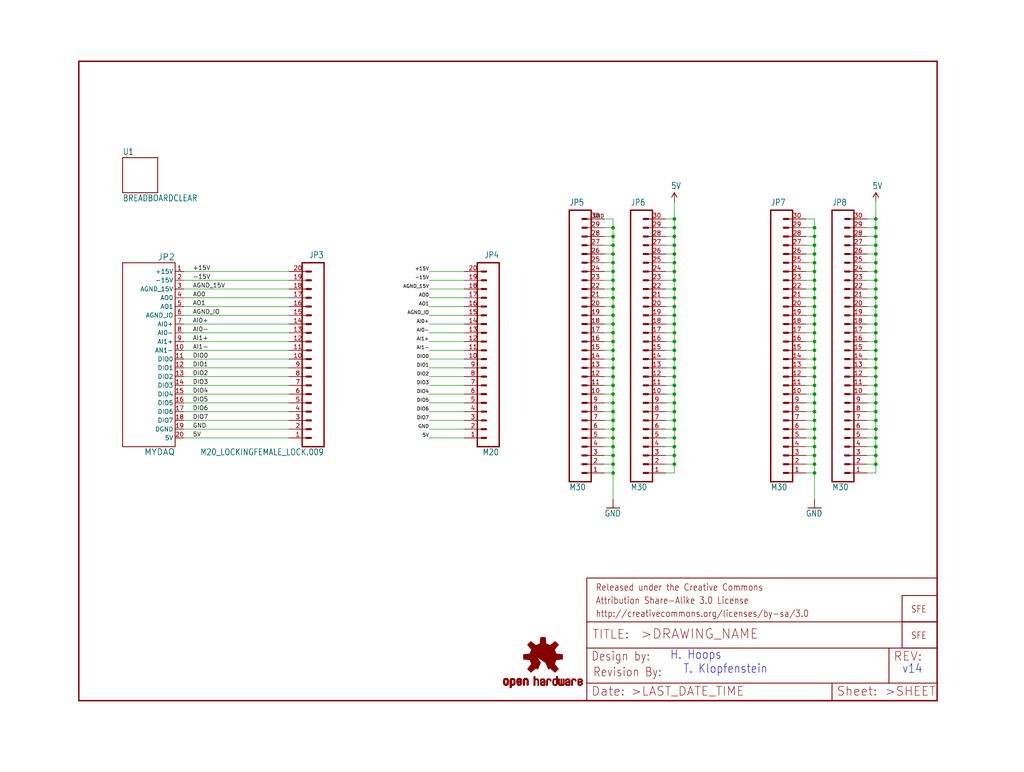
<source format=kicad_sch>
(kicad_sch (version 20211123) (generator eeschema)
  (paper "User" 297.002 223.926)
  (lib_symbols
    (symbol "eagleSchem-eagle-import:5V" (power)
      (property "Value" "5V" (at -1.016 3.556 0))
      (symbol "5V_1_0"
        (pin power_in line (at 0 0 90) (length 2.54) (name "5V") (number "1"))
      )
    )
    (symbol "eagleSchem-eagle-import:BREADBOARDCLEAR"
      (property "Value" "BREADBOARDCLEAR" (at -5.08 -7.62 0))
    )
    (symbol "eagleSchem-eagle-import:FRAME-LETTER"
      (symbol "FRAME-LETTER_2_0"
        (text ">DRAWING_NAME" (at 15.494 17.78 0) (effects (font (size 2.7432 2.7432)) (justify left bottom)))
        (text ">LAST_DATE_TIME" (at 12.7 1.27 0) (effects (font (size 2.54 2.54)) (justify left bottom)))
        (text ">SHEET" (at 86.36 1.27 0) (effects (font (size 2.54 2.54)) (justify left bottom)))
        (text "Attribution Share-Alike 3.0 License" (at 2.54 27.94 0) (effects (font (size 1.9304 1.6408)) (justify left bottom)))
        (text "Date:" (at 1.27 1.27 0) (effects (font (size 2.54 2.54)) (justify left bottom)))
        (text "Design by:" (at 1.27 11.43 0) (effects (font (size 2.54 2.159)) (justify left bottom)))
        (text "http://creativecommons.org/licenses/by-sa/3.0" (at 2.54 24.13 0) (effects (font (size 1.9304 1.6408)) (justify left bottom)))
        (text "Released under the Creative Commons" (at 2.54 31.75 0) (effects (font (size 1.9304 1.6408)) (justify left bottom)))
        (text "REV:" (at 88.9 11.43 0) (effects (font (size 2.54 2.54)) (justify left bottom)))
        (text "Sheet:" (at 72.39 1.27 0) (effects (font (size 2.54 2.54)) (justify left bottom)))
        (text "TITLE:" (at 1.524 17.78 0) (effects (font (size 2.54 2.54)) (justify left bottom)))
      )
    )
    (symbol "eagleSchem-eagle-import:GND" (power)
      (property "Value" "GND" (at -2.54 -2.54 0))
      (symbol "GND_1_0"
        (pin power_in line (at 0 2.54 270) (length 2.54) (name "GND") (number "1"))
      )
    )
    (symbol "eagleSchem-eagle-import:LOGO-SFENEW"
      (symbol "LOGO-SFENEW_1_0"
        (text "SFE" (at 0 0 0) (effects (font (size 1.9304 1.6408)) (justify left bottom)))
      )
    )
    (symbol "eagleSchem-eagle-import:LOGO-SFESK"
      (symbol "LOGO-SFESK_1_0"
        (text "SFE" (at 0 0 0) (effects (font (size 1.9304 1.6408)) (justify left bottom)))
      )
    )
    (symbol "eagleSchem-eagle-import:M20"
      (property "Reference" "JP" (at 0 57.15 0))
      (property "Value" "M20" (at 0 0 0))
      (symbol "M20_1_0"
        (pin passive line (at 10.16 5.08 180) (length 5.08) (name "1") (number "1"))
        (pin passive line (at 10.16 27.94 180) (length 5.08) (name "10") (number "10"))
        (pin passive line (at 10.16 30.48 180) (length 5.08) (name "11") (number "11"))
        (pin passive line (at 10.16 33.02 180) (length 5.08) (name "12") (number "12"))
        (pin passive line (at 10.16 35.56 180) (length 5.08) (name "13") (number "13"))
        (pin passive line (at 10.16 38.1 180) (length 5.08) (name "14") (number "14"))
        (pin passive line (at 10.16 40.64 180) (length 5.08) (name "15") (number "15"))
        (pin passive line (at 10.16 43.18 180) (length 5.08) (name "16") (number "16"))
        (pin passive line (at 10.16 45.72 180) (length 5.08) (name "17") (number "17"))
        (pin passive line (at 10.16 48.26 180) (length 5.08) (name "18") (number "18"))
        (pin passive line (at 10.16 50.8 180) (length 5.08) (name "19") (number "19"))
        (pin passive line (at 10.16 7.62 180) (length 5.08) (name "2") (number "2"))
        (pin passive line (at 10.16 53.34 180) (length 5.08) (name "20") (number "20"))
        (pin passive line (at 10.16 10.16 180) (length 5.08) (name "3") (number "3"))
        (pin passive line (at 10.16 12.7 180) (length 5.08) (name "4") (number "4"))
        (pin passive line (at 10.16 15.24 180) (length 5.08) (name "5") (number "5"))
        (pin passive line (at 10.16 17.78 180) (length 5.08) (name "6") (number "6"))
        (pin passive line (at 10.16 20.32 180) (length 5.08) (name "7") (number "7"))
        (pin passive line (at 10.16 22.86 180) (length 5.08) (name "8") (number "8"))
        (pin passive line (at 10.16 25.4 180) (length 5.08) (name "9") (number "9"))
      )
    )
    (symbol "eagleSchem-eagle-import:M20_LOCKINGLOCK"
      (property "Reference" "JP" (at 0 57.15 0))
      (property "Value" "M20_LOCKINGLOCK" (at 0 0 0))
      (symbol "M20_LOCKINGLOCK_1_0"
        (pin passive line (at 10.16 5.08 180) (length 5.08) (name "1") (number "1"))
        (pin passive line (at 10.16 27.94 180) (length 5.08) (name "10") (number "10"))
        (pin passive line (at 10.16 30.48 180) (length 5.08) (name "11") (number "11"))
        (pin passive line (at 10.16 33.02 180) (length 5.08) (name "12") (number "12"))
        (pin passive line (at 10.16 35.56 180) (length 5.08) (name "13") (number "13"))
        (pin passive line (at 10.16 38.1 180) (length 5.08) (name "14") (number "14"))
        (pin passive line (at 10.16 40.64 180) (length 5.08) (name "15") (number "15"))
        (pin passive line (at 10.16 43.18 180) (length 5.08) (name "16") (number "16"))
        (pin passive line (at 10.16 45.72 180) (length 5.08) (name "17") (number "17"))
        (pin passive line (at 10.16 48.26 180) (length 5.08) (name "18") (number "18"))
        (pin passive line (at 10.16 50.8 180) (length 5.08) (name "19") (number "19"))
        (pin passive line (at 10.16 7.62 180) (length 5.08) (name "2") (number "2"))
        (pin passive line (at 10.16 53.34 180) (length 5.08) (name "20") (number "20"))
        (pin passive line (at 10.16 10.16 180) (length 5.08) (name "3") (number "3"))
        (pin passive line (at 10.16 12.7 180) (length 5.08) (name "4") (number "4"))
        (pin passive line (at 10.16 15.24 180) (length 5.08) (name "5") (number "5"))
        (pin passive line (at 10.16 17.78 180) (length 5.08) (name "6") (number "6"))
        (pin passive line (at 10.16 20.32 180) (length 5.08) (name "7") (number "7"))
        (pin passive line (at 10.16 22.86 180) (length 5.08) (name "8") (number "8"))
        (pin passive line (at 10.16 25.4 180) (length 5.08) (name "9") (number "9"))
      )
    )
    (symbol "eagleSchem-eagle-import:M30"
      (property "Reference" "JP" (at -2.54 39.37 0))
      (property "Value" "M30" (at -2.54 -43.18 0))
      (symbol "M30_1_0"
        (pin passive line (at 7.62 -38.1 180) (length 5.08) (name "1") (number "1"))
        (pin passive line (at 7.62 -15.24 180) (length 5.08) (name "10") (number "10"))
        (pin passive line (at 7.62 -12.7 180) (length 5.08) (name "11") (number "11"))
        (pin passive line (at 7.62 -10.16 180) (length 5.08) (name "12") (number "12"))
        (pin passive line (at 7.62 -7.62 180) (length 5.08) (name "13") (number "13"))
        (pin passive line (at 7.62 -5.08 180) (length 5.08) (name "14") (number "14"))
        (pin passive line (at 7.62 -2.54 180) (length 5.08) (name "15") (number "15"))
        (pin passive line (at 7.62 0 180) (length 5.08) (name "16") (number "16"))
        (pin passive line (at 7.62 2.54 180) (length 5.08) (name "17") (number "17"))
        (pin passive line (at 7.62 5.08 180) (length 5.08) (name "18") (number "18"))
        (pin passive line (at 7.62 7.62 180) (length 5.08) (name "19") (number "19"))
        (pin passive line (at 7.62 -35.56 180) (length 5.08) (name "2") (number "2"))
        (pin passive line (at 7.62 10.16 180) (length 5.08) (name "20") (number "20"))
        (pin passive line (at 7.62 12.7 180) (length 5.08) (name "21") (number "21"))
        (pin passive line (at 7.62 15.24 180) (length 5.08) (name "22") (number "22"))
        (pin passive line (at 7.62 17.78 180) (length 5.08) (name "23") (number "23"))
        (pin passive line (at 7.62 20.32 180) (length 5.08) (name "24") (number "24"))
        (pin passive line (at 7.62 22.86 180) (length 5.08) (name "25") (number "25"))
        (pin passive line (at 7.62 25.4 180) (length 5.08) (name "26") (number "26"))
        (pin passive line (at 7.62 27.94 180) (length 5.08) (name "27") (number "27"))
        (pin passive line (at 7.62 30.48 180) (length 5.08) (name "28") (number "28"))
        (pin passive line (at 7.62 33.02 180) (length 5.08) (name "29") (number "29"))
        (pin passive line (at 7.62 -33.02 180) (length 5.08) (name "3") (number "3"))
        (pin passive line (at 7.62 35.56 180) (length 5.08) (name "30") (number "30"))
        (pin passive line (at 7.62 -30.48 180) (length 5.08) (name "4") (number "4"))
        (pin passive line (at 7.62 -27.94 180) (length 5.08) (name "5") (number "5"))
        (pin passive line (at 7.62 -25.4 180) (length 5.08) (name "6") (number "6"))
        (pin passive line (at 7.62 -22.86 180) (length 5.08) (name "7") (number "7"))
        (pin passive line (at 7.62 -20.32 180) (length 5.08) (name "8") (number "8"))
        (pin passive line (at 7.62 -17.78 180) (length 5.08) (name "9") (number "9"))
      )
    )
    (symbol "eagleSchem-eagle-import:MYDAQ"
      (property "Reference" "JP" (at -7.62 26.035 0))
      (property "Value" "MYDAQ" (at -7.62 -30.48 0))
      (symbol "MYDAQ_1_0"
        (pin power_in line (at -10.16 22.86 0) (length 2.54) (name "+15V") (number "1"))
        (pin input line (at -10.16 0 0) (length 2.54) (name "AN1-") (number "10"))
        (pin bidirectional line (at -10.16 -2.54 0) (length 2.54) (name "DIO0") (number "11"))
        (pin bidirectional line (at -10.16 -5.08 0) (length 2.54) (name "DIO1") (number "12"))
        (pin bidirectional line (at -10.16 -7.62 0) (length 2.54) (name "DIO2") (number "13"))
        (pin bidirectional line (at -10.16 -10.16 0) (length 2.54) (name "DIO3") (number "14"))
        (pin bidirectional line (at -10.16 -12.7 0) (length 2.54) (name "DIO4") (number "15"))
        (pin bidirectional line (at -10.16 -15.24 0) (length 2.54) (name "DIO5") (number "16"))
        (pin bidirectional line (at -10.16 -17.78 0) (length 2.54) (name "DIO6") (number "17"))
        (pin bidirectional line (at -10.16 -20.32 0) (length 2.54) (name "DIO7") (number "18"))
        (pin power_in line (at -10.16 -22.86 0) (length 2.54) (name "DGND") (number "19"))
        (pin power_in line (at -10.16 20.32 0) (length 2.54) (name "-15V") (number "2"))
        (pin power_in line (at -10.16 -25.4 0) (length 2.54) (name "5V") (number "20"))
        (pin power_in line (at -10.16 17.78 0) (length 2.54) (name "AGND_15V") (number "3"))
        (pin output line (at -10.16 15.24 0) (length 2.54) (name "AO0") (number "4"))
        (pin output line (at -10.16 12.7 0) (length 2.54) (name "AO1") (number "5"))
        (pin power_in line (at -10.16 10.16 0) (length 2.54) (name "AGND_IO") (number "6"))
        (pin input line (at -10.16 7.62 0) (length 2.54) (name "AI0+") (number "7"))
        (pin input line (at -10.16 5.08 0) (length 2.54) (name "AI0-") (number "8"))
        (pin input line (at -10.16 2.54 0) (length 2.54) (name "AI1+") (number "9"))
      )
    )
    (symbol "eagleSchem-eagle-import:OSHW-LOGOL")
    (symbol "eagleSchem-eagle-import:REVISION"
      (symbol "REVISION_1_0"
        (text "Revision By: " (at 0 0 0) (effects (font (size 2.54 2.159)) (justify left bottom)))
      )
    )
  )
  (junction (at 177.8 68.58))
  (junction (at 195.58 106.68))
  (junction (at 254 119.38))
  (junction (at 177.8 134.62))
  (junction (at 236.22 83.82))
  (junction (at 195.58 83.82))
  (junction (at 254 116.84))
  (junction (at 254 76.2))
  (junction (at 254 106.68))
  (junction (at 236.22 106.68))
  (junction (at 177.8 76.2))
  (junction (at 177.8 116.84))
  (junction (at 177.8 111.76))
  (junction (at 195.58 134.62))
  (junction (at 254 101.6))
  (junction (at 177.8 119.38))
  (junction (at 177.8 83.82))
  (junction (at 254 73.66))
  (junction (at 236.22 86.36))
  (junction (at 236.22 111.76))
  (junction (at 195.58 121.92))
  (junction (at 254 96.52))
  (junction (at 254 71.12))
  (junction (at 177.8 78.74))
  (junction (at 195.58 116.84))
  (junction (at 236.22 81.28))
  (junction (at 236.22 132.08))
  (junction (at 254 114.3))
  (junction (at 254 66.04))
  (junction (at 177.8 106.68))
  (junction (at 177.8 104.14))
  (junction (at 195.58 109.22))
  (junction (at 195.58 119.38))
  (junction (at 177.8 121.92))
  (junction (at 254 83.82))
  (junction (at 254 109.22))
  (junction (at 254 93.98))
  (junction (at 195.58 66.04))
  (junction (at 195.58 88.9))
  (junction (at 177.8 109.22))
  (junction (at 195.58 111.76))
  (junction (at 177.8 127))
  (junction (at 236.22 71.12))
  (junction (at 254 91.44))
  (junction (at 177.8 73.66))
  (junction (at 254 88.9))
  (junction (at 177.8 124.46))
  (junction (at 195.58 81.28))
  (junction (at 195.58 99.06))
  (junction (at 195.58 63.5))
  (junction (at 195.58 86.36))
  (junction (at 254 86.36))
  (junction (at 236.22 121.92))
  (junction (at 236.22 129.54))
  (junction (at 236.22 78.74))
  (junction (at 254 134.62))
  (junction (at 254 78.74))
  (junction (at 236.22 109.22))
  (junction (at 236.22 91.44))
  (junction (at 254 132.08))
  (junction (at 236.22 99.06))
  (junction (at 236.22 104.14))
  (junction (at 254 68.58))
  (junction (at 177.8 132.08))
  (junction (at 195.58 96.52))
  (junction (at 195.58 93.98))
  (junction (at 177.8 99.06))
  (junction (at 195.58 101.6))
  (junction (at 177.8 88.9))
  (junction (at 236.22 124.46))
  (junction (at 254 121.92))
  (junction (at 236.22 114.3))
  (junction (at 254 63.5))
  (junction (at 236.22 93.98))
  (junction (at 254 99.06))
  (junction (at 236.22 101.6))
  (junction (at 236.22 68.58))
  (junction (at 177.8 93.98))
  (junction (at 195.58 76.2))
  (junction (at 177.8 91.44))
  (junction (at 236.22 127))
  (junction (at 254 127))
  (junction (at 236.22 119.38))
  (junction (at 254 104.14))
  (junction (at 236.22 76.2))
  (junction (at 236.22 66.04))
  (junction (at 195.58 73.66))
  (junction (at 236.22 137.16))
  (junction (at 236.22 88.9))
  (junction (at 177.8 137.16))
  (junction (at 177.8 66.04))
  (junction (at 254 111.76))
  (junction (at 195.58 91.44))
  (junction (at 195.58 127))
  (junction (at 195.58 104.14))
  (junction (at 195.58 129.54))
  (junction (at 195.58 132.08))
  (junction (at 177.8 81.28))
  (junction (at 236.22 73.66))
  (junction (at 195.58 78.74))
  (junction (at 177.8 101.6))
  (junction (at 195.58 71.12))
  (junction (at 195.58 114.3))
  (junction (at 236.22 96.52))
  (junction (at 177.8 96.52))
  (junction (at 195.58 68.58))
  (junction (at 254 124.46))
  (junction (at 236.22 134.62))
  (junction (at 177.8 86.36))
  (junction (at 254 129.54))
  (junction (at 254 81.28))
  (junction (at 177.8 129.54))
  (junction (at 195.58 124.46))
  (junction (at 177.8 114.3))
  (junction (at 236.22 116.84))
  (junction (at 177.8 71.12))
  (wire (pts (xy 195.58 81.28) (xy 195.58 78.74)))
  (wire (pts (xy 233.68 63.5) (xy 236.22 63.5)))
  (wire (pts (xy 175.26 81.28) (xy 177.8 81.28)))
  (wire (pts (xy 175.26 66.04) (xy 177.8 66.04)))
  (wire (pts (xy 177.8 101.6) (xy 177.8 104.14)))
  (wire (pts (xy 193.04 121.92) (xy 195.58 121.92)))
  (wire (pts (xy 193.04 68.58) (xy 195.58 68.58)))
  (wire (pts (xy 251.46 83.82) (xy 254 83.82)))
  (wire (pts (xy 53.34 109.22) (xy 83.82 109.22)))
  (wire (pts (xy 195.58 121.92) (xy 195.58 119.38)))
  (wire (pts (xy 251.46 86.36) (xy 254 86.36)))
  (wire (pts (xy 53.34 101.6) (xy 83.82 101.6)))
  (wire (pts (xy 175.26 73.66) (xy 177.8 73.66)))
  (wire (pts (xy 195.58 96.52) (xy 195.58 93.98)))
  (wire (pts (xy 177.8 63.5) (xy 177.8 66.04)))
  (wire (pts (xy 175.26 96.52) (xy 177.8 96.52)))
  (wire (pts (xy 177.8 71.12) (xy 175.26 71.12)))
  (wire (pts (xy 251.46 63.5) (xy 254 63.5)))
  (wire (pts (xy 236.22 81.28) (xy 236.22 83.82)))
  (wire (pts (xy 233.68 93.98) (xy 236.22 93.98)))
  (wire (pts (xy 254 124.46) (xy 254 121.92)))
  (wire (pts (xy 254 116.84) (xy 254 114.3)))
  (wire (pts (xy 254 68.58) (xy 254 66.04)))
  (wire (pts (xy 177.8 83.82) (xy 177.8 86.36)))
  (wire (pts (xy 177.8 132.08) (xy 177.8 134.62)))
  (wire (pts (xy 177.8 91.44) (xy 177.8 93.98)))
  (wire (pts (xy 254 96.52) (xy 254 93.98)))
  (wire (pts (xy 254 134.62) (xy 254 132.08)))
  (wire (pts (xy 124.46 104.14) (xy 134.62 104.14)))
  (wire (pts (xy 124.46 127) (xy 134.62 127)))
  (wire (pts (xy 193.04 83.82) (xy 195.58 83.82)))
  (wire (pts (xy 254 63.5) (xy 254 58.42)))
  (wire (pts (xy 193.04 81.28) (xy 195.58 81.28)))
  (wire (pts (xy 175.26 63.5) (xy 177.8 63.5)))
  (wire (pts (xy 193.04 86.36) (xy 195.58 86.36)))
  (wire (pts (xy 233.68 101.6) (xy 236.22 101.6)))
  (wire (pts (xy 195.58 76.2) (xy 195.58 73.66)))
  (wire (pts (xy 195.58 93.98) (xy 195.58 91.44)))
  (wire (pts (xy 236.22 76.2) (xy 233.68 76.2)))
  (wire (pts (xy 254 78.74) (xy 254 76.2)))
  (wire (pts (xy 195.58 124.46) (xy 195.58 121.92)))
  (wire (pts (xy 195.58 78.74) (xy 195.58 76.2)))
  (wire (pts (xy 251.46 93.98) (xy 254 93.98)))
  (wire (pts (xy 236.22 109.22) (xy 236.22 111.76)))
  (wire (pts (xy 193.04 76.2) (xy 195.58 76.2)))
  (wire (pts (xy 236.22 134.62) (xy 236.22 137.16)))
  (wire (pts (xy 251.46 116.84) (xy 254 116.84)))
  (wire (pts (xy 195.58 114.3) (xy 195.58 111.76)))
  (wire (pts (xy 195.58 66.04) (xy 195.58 63.5)))
  (wire (pts (xy 233.68 81.28) (xy 236.22 81.28)))
  (wire (pts (xy 177.8 129.54) (xy 177.8 132.08)))
  (wire (pts (xy 175.26 127) (xy 177.8 127)))
  (wire (pts (xy 175.26 109.22) (xy 177.8 109.22)))
  (wire (pts (xy 254 132.08) (xy 254 129.54)))
  (wire (pts (xy 175.26 101.6) (xy 177.8 101.6)))
  (wire (pts (xy 195.58 104.14) (xy 195.58 101.6)))
  (wire (pts (xy 177.8 119.38) (xy 177.8 121.92)))
  (wire (pts (xy 236.22 116.84) (xy 236.22 119.38)))
  (wire (pts (xy 251.46 132.08) (xy 254 132.08)))
  (wire (pts (xy 195.58 129.54) (xy 195.58 127)))
  (wire (pts (xy 175.26 83.82) (xy 177.8 83.82)))
  (wire (pts (xy 236.22 78.74) (xy 236.22 81.28)))
  (wire (pts (xy 233.68 124.46) (xy 236.22 124.46)))
  (wire (pts (xy 177.8 96.52) (xy 177.8 99.06)))
  (wire (pts (xy 177.8 116.84) (xy 177.8 119.38)))
  (wire (pts (xy 236.22 71.12) (xy 233.68 71.12)))
  (wire (pts (xy 251.46 73.66) (xy 254 73.66)))
  (wire (pts (xy 195.58 96.52) (xy 193.04 96.52)))
  (wire (pts (xy 254 91.44) (xy 254 88.9)))
  (wire (pts (xy 254 86.36) (xy 254 83.82)))
  (wire (pts (xy 236.22 96.52) (xy 236.22 99.06)))
  (wire (pts (xy 195.58 116.84) (xy 195.58 114.3)))
  (wire (pts (xy 177.8 134.62) (xy 177.8 137.16)))
  (wire (pts (xy 251.46 111.76) (xy 254 111.76)))
  (wire (pts (xy 236.22 132.08) (xy 236.22 134.62)))
  (wire (pts (xy 236.22 106.68) (xy 236.22 109.22)))
  (wire (pts (xy 233.68 134.62) (xy 236.22 134.62)))
  (wire (pts (xy 53.34 114.3) (xy 83.82 114.3)))
  (wire (pts (xy 195.58 109.22) (xy 195.58 106.68)))
  (wire (pts (xy 254 99.06) (xy 254 96.52)))
  (wire (pts (xy 124.46 111.76) (xy 134.62 111.76)))
  (wire (pts (xy 254 88.9) (xy 254 86.36)))
  (wire (pts (xy 177.8 86.36) (xy 177.8 88.9)))
  (wire (pts (xy 195.58 68.58) (xy 195.58 66.04)))
  (wire (pts (xy 193.04 116.84) (xy 195.58 116.84)))
  (wire (pts (xy 254 111.76) (xy 254 109.22)))
  (wire (pts (xy 124.46 88.9) (xy 134.62 88.9)))
  (wire (pts (xy 124.46 106.68) (xy 134.62 106.68)))
  (wire (pts (xy 193.04 129.54) (xy 195.58 129.54)))
  (wire (pts (xy 124.46 124.46) (xy 134.62 124.46)))
  (wire (pts (xy 233.68 121.92) (xy 236.22 121.92)))
  (wire (pts (xy 177.8 137.16) (xy 177.8 144.78)))
  (wire (pts (xy 193.04 71.12) (xy 195.58 71.12)))
  (wire (pts (xy 177.8 93.98) (xy 177.8 96.52)))
  (wire (pts (xy 236.22 91.44) (xy 236.22 93.98)))
  (wire (pts (xy 233.68 68.58) (xy 236.22 68.58)))
  (wire (pts (xy 236.22 86.36) (xy 236.22 88.9)))
  (wire (pts (xy 177.8 76.2) (xy 175.26 76.2)))
  (wire (pts (xy 177.8 68.58) (xy 177.8 71.12)))
  (wire (pts (xy 233.68 119.38) (xy 236.22 119.38)))
  (wire (pts (xy 193.04 132.08) (xy 195.58 132.08)))
  (wire (pts (xy 177.8 106.68) (xy 177.8 109.22)))
  (wire (pts (xy 177.8 121.92) (xy 177.8 124.46)))
  (wire (pts (xy 233.68 66.04) (xy 236.22 66.04)))
  (wire (pts (xy 233.68 137.16) (xy 236.22 137.16)))
  (wire (pts (xy 236.22 63.5) (xy 236.22 66.04)))
  (wire (pts (xy 175.26 129.54) (xy 177.8 129.54)))
  (wire (pts (xy 193.04 88.9) (xy 195.58 88.9)))
  (wire (pts (xy 53.34 104.14) (xy 83.82 104.14)))
  (wire (pts (xy 195.58 91.44) (xy 195.58 88.9)))
  (wire (pts (xy 124.46 83.82) (xy 134.62 83.82)))
  (wire (pts (xy 177.8 78.74) (xy 177.8 81.28)))
  (wire (pts (xy 195.58 127) (xy 195.58 124.46)))
  (wire (pts (xy 193.04 99.06) (xy 195.58 99.06)))
  (wire (pts (xy 177.8 109.22) (xy 177.8 111.76)))
  (wire (pts (xy 236.22 104.14) (xy 236.22 106.68)))
  (wire (pts (xy 233.68 111.76) (xy 236.22 111.76)))
  (wire (pts (xy 193.04 109.22) (xy 195.58 109.22)))
  (wire (pts (xy 177.8 99.06) (xy 177.8 101.6)))
  (wire (pts (xy 177.8 127) (xy 177.8 129.54)))
  (wire (pts (xy 53.34 121.92) (xy 83.82 121.92)))
  (wire (pts (xy 195.58 63.5) (xy 195.58 58.42)))
  (wire (pts (xy 251.46 119.38) (xy 254 119.38)))
  (wire (pts (xy 236.22 76.2) (xy 236.22 78.74)))
  (wire (pts (xy 233.68 96.52) (xy 236.22 96.52)))
  (wire (pts (xy 53.34 88.9) (xy 83.82 88.9)))
  (wire (pts (xy 251.46 68.58) (xy 254 68.58)))
  (wire (pts (xy 251.46 121.92) (xy 254 121.92)))
  (wire (pts (xy 236.22 88.9) (xy 233.68 88.9)))
  (wire (pts (xy 254 121.92) (xy 254 119.38)))
  (wire (pts (xy 53.34 78.74) (xy 83.82 78.74)))
  (wire (pts (xy 177.8 104.14) (xy 177.8 106.68)))
  (wire (pts (xy 193.04 104.14) (xy 195.58 104.14)))
  (wire (pts (xy 236.22 119.38) (xy 236.22 121.92)))
  (wire (pts (xy 177.8 71.12) (xy 177.8 73.66)))
  (wire (pts (xy 193.04 134.62) (xy 195.58 134.62)))
  (wire (pts (xy 53.34 99.06) (xy 83.82 99.06)))
  (wire (pts (xy 124.46 119.38) (xy 134.62 119.38)))
  (wire (pts (xy 124.46 81.28) (xy 134.62 81.28)))
  (wire (pts (xy 251.46 127) (xy 254 127)))
  (wire (pts (xy 251.46 104.14) (xy 254 104.14)))
  (wire (pts (xy 195.58 99.06) (xy 195.58 96.52)))
  (wire (pts (xy 254 66.04) (xy 254 63.5)))
  (wire (pts (xy 251.46 78.74) (xy 254 78.74)))
  (wire (pts (xy 195.58 137.16) (xy 195.58 134.62)))
  (wire (pts (xy 233.68 86.36) (xy 236.22 86.36)))
  (wire (pts (xy 175.26 99.06) (xy 177.8 99.06)))
  (wire (pts (xy 124.46 109.22) (xy 134.62 109.22)))
  (wire (pts (xy 124.46 91.44) (xy 134.62 91.44)))
  (wire (pts (xy 254 83.82) (xy 254 81.28)))
  (wire (pts (xy 53.34 124.46) (xy 83.82 124.46)))
  (wire (pts (xy 195.58 111.76) (xy 195.58 109.22)))
  (wire (pts (xy 193.04 73.66) (xy 195.58 73.66)))
  (wire (pts (xy 233.68 116.84) (xy 236.22 116.84)))
  (wire (pts (xy 233.68 99.06) (xy 236.22 99.06)))
  (wire (pts (xy 124.46 86.36) (xy 134.62 86.36)))
  (wire (pts (xy 177.8 88.9) (xy 175.26 88.9)))
  (wire (pts (xy 175.26 116.84) (xy 177.8 116.84)))
  (wire (pts (xy 254 114.3) (xy 254 111.76)))
  (wire (pts (xy 193.04 124.46) (xy 195.58 124.46)))
  (wire (pts (xy 251.46 99.06) (xy 254 99.06)))
  (wire (pts (xy 195.58 119.38) (xy 195.58 116.84)))
  (wire (pts (xy 193.04 78.74) (xy 195.58 78.74)))
  (wire (pts (xy 195.58 88.9) (xy 195.58 86.36)))
  (wire (pts (xy 175.26 106.68) (xy 177.8 106.68)))
  (wire (pts (xy 193.04 66.04) (xy 195.58 66.04)))
  (wire (pts (xy 175.26 86.36) (xy 177.8 86.36)))
  (wire (pts (xy 124.46 101.6) (xy 134.62 101.6)))
  (wire (pts (xy 177.8 114.3) (xy 177.8 116.84)))
  (wire (pts (xy 193.04 101.6) (xy 195.58 101.6)))
  (wire (pts (xy 251.46 71.12) (xy 254 71.12)))
  (wire (pts (xy 195.58 86.36) (xy 195.58 83.82)))
  (wire (pts (xy 233.68 114.3) (xy 236.22 114.3)))
  (wire (pts (xy 254 129.54) (xy 254 127)))
  (wire (pts (xy 254 76.2) (xy 254 73.66)))
  (wire (pts (xy 193.04 119.38) (xy 195.58 119.38)))
  (wire (pts (xy 175.26 124.46) (xy 177.8 124.46)))
  (wire (pts (xy 175.26 121.92) (xy 177.8 121.92)))
  (wire (pts (xy 233.68 104.14) (xy 236.22 104.14)))
  (wire (pts (xy 236.22 88.9) (xy 236.22 91.44)))
  (wire (pts (xy 236.22 68.58) (xy 236.22 71.12)))
  (wire (pts (xy 251.46 134.62) (xy 254 134.62)))
  (wire (pts (xy 177.8 76.2) (xy 177.8 78.74)))
  (wire (pts (xy 195.58 83.82) (xy 195.58 81.28)))
  (wire (pts (xy 236.22 99.06) (xy 236.22 101.6)))
  (wire (pts (xy 53.34 127) (xy 83.82 127)))
  (wire (pts (xy 177.8 88.9) (xy 177.8 91.44)))
  (wire (pts (xy 233.68 109.22) (xy 236.22 109.22)))
  (wire (pts (xy 195.58 101.6) (xy 195.58 99.06)))
  (wire (pts (xy 254 73.66) (xy 254 71.12)))
  (wire (pts (xy 195.58 73.66) (xy 195.58 71.12)))
  (wire (pts (xy 254 104.14) (xy 254 101.6)))
  (wire (pts (xy 251.46 76.2) (xy 254 76.2)))
  (wire (pts (xy 53.34 111.76) (xy 83.82 111.76)))
  (wire (pts (xy 53.34 119.38) (xy 83.82 119.38)))
  (wire (pts (xy 233.68 106.68) (xy 236.22 106.68)))
  (wire (pts (xy 195.58 134.62) (xy 195.58 132.08)))
  (wire (pts (xy 251.46 124.46) (xy 254 124.46)))
  (wire (pts (xy 251.46 101.6) (xy 254 101.6)))
  (wire (pts (xy 233.68 127) (xy 236.22 127)))
  (wire (pts (xy 254 71.12) (xy 254 68.58)))
  (wire (pts (xy 236.22 101.6) (xy 236.22 104.14)))
  (wire (pts (xy 254 109.22) (xy 254 106.68)))
  (wire (pts (xy 236.22 137.16) (xy 236.22 144.78)))
  (wire (pts (xy 233.68 129.54) (xy 236.22 129.54)))
  (wire (pts (xy 251.46 109.22) (xy 254 109.22)))
  (wire (pts (xy 175.26 132.08) (xy 177.8 132.08)))
  (wire (pts (xy 236.22 127) (xy 236.22 129.54)))
  (wire (pts (xy 193.04 114.3) (xy 195.58 114.3)))
  (wire (pts (xy 193.04 111.76) (xy 195.58 111.76)))
  (wire (pts (xy 254 127) (xy 254 124.46)))
  (wire (pts (xy 254 137.16) (xy 254 134.62)))
  (wire (pts (xy 195.58 106.68) (xy 195.58 104.14)))
  (wire (pts (xy 251.46 91.44) (xy 254 91.44)))
  (wire (pts (xy 236.22 83.82) (xy 236.22 86.36)))
  (wire (pts (xy 53.34 106.68) (xy 83.82 106.68)))
  (wire (pts (xy 236.22 93.98) (xy 236.22 96.52)))
  (wire (pts (xy 124.46 78.74) (xy 134.62 78.74)))
  (wire (pts (xy 53.34 83.82) (xy 83.82 83.82)))
  (wire (pts (xy 124.46 121.92) (xy 134.62 121.92)))
  (wire (pts (xy 254 81.28) (xy 254 78.74)))
  (wire (pts (xy 233.68 83.82) (xy 236.22 83.82)))
  (wire (pts (xy 195.58 71.12) (xy 195.58 68.58)))
  (wire (pts (xy 53.34 81.28) (xy 83.82 81.28)))
  (wire (pts (xy 233.68 78.74) (xy 236.22 78.74)))
  (wire (pts (xy 251.46 137.16) (xy 254 137.16)))
  (wire (pts (xy 53.34 93.98) (xy 83.82 93.98)))
  (wire (pts (xy 124.46 116.84) (xy 134.62 116.84)))
  (wire (pts (xy 177.8 66.04) (xy 177.8 68.58)))
  (wire (pts (xy 236.22 114.3) (xy 236.22 116.84)))
  (wire (pts (xy 195.58 132.08) (xy 195.58 129.54)))
  (wire (pts (xy 177.8 124.46) (xy 177.8 127)))
  (wire (pts (xy 193.04 63.5) (xy 195.58 63.5)))
  (wire (pts (xy 53.34 86.36) (xy 83.82 86.36)))
  (wire (pts (xy 251.46 106.68) (xy 254 106.68)))
  (wire (pts (xy 236.22 73.66) (xy 236.22 76.2)))
  (wire (pts (xy 236.22 71.12) (xy 236.22 73.66)))
  (wire (pts (xy 124.46 99.06) (xy 134.62 99.06)))
  (wire (pts (xy 177.8 81.28) (xy 177.8 83.82)))
  (wire (pts (xy 254 119.38) (xy 254 116.84)))
  (wire (pts (xy 175.26 68.58) (xy 177.8 68.58)))
  (wire (pts (xy 53.34 91.44) (xy 83.82 91.44)))
  (wire (pts (xy 236.22 124.46) (xy 236.22 127)))
  (wire (pts (xy 236.22 111.76) (xy 236.22 114.3)))
  (wire (pts (xy 175.26 114.3) (xy 177.8 114.3)))
  (wire (pts (xy 254 106.68) (xy 254 104.14)))
  (wire (pts (xy 233.68 91.44) (xy 236.22 91.44)))
  (wire (pts (xy 175.26 78.74) (xy 177.8 78.74)))
  (wire (pts (xy 233.68 73.66) (xy 236.22 73.66)))
  (wire (pts (xy 251.46 88.9) (xy 254 88.9)))
  (wire (pts (xy 254 101.6) (xy 254 99.06)))
  (wire (pts (xy 175.26 134.62) (xy 177.8 134.62)))
  (wire (pts (xy 193.04 127) (xy 195.58 127)))
  (wire (pts (xy 175.26 111.76) (xy 177.8 111.76)))
  (wire (pts (xy 177.8 73.66) (xy 177.8 76.2)))
  (wire (pts (xy 175.26 104.14) (xy 177.8 104.14)))
  (wire (pts (xy 193.04 106.68) (xy 195.58 106.68)))
  (wire (pts (xy 236.22 129.54) (xy 236.22 132.08)))
  (wire (pts (xy 177.8 111.76) (xy 177.8 114.3)))
  (wire (pts (xy 254 96.52) (xy 251.46 96.52)))
  (wire (pts (xy 175.26 119.38) (xy 177.8 119.38)))
  (wire (pts (xy 124.46 114.3) (xy 134.62 114.3)))
  (wire (pts (xy 233.68 132.08) (xy 236.22 132.08)))
  (wire (pts (xy 236.22 121.92) (xy 236.22 124.46)))
  (wire (pts (xy 124.46 93.98) (xy 134.62 93.98)))
  (wire (pts (xy 175.26 137.16) (xy 177.8 137.16)))
  (wire (pts (xy 236.22 66.04) (xy 236.22 68.58)))
  (wire (pts (xy 193.04 91.44) (xy 195.58 91.44)))
  (wire (pts (xy 254 93.98) (xy 254 91.44)))
  (wire (pts (xy 124.46 96.52) (xy 134.62 96.52)))
  (wire (pts (xy 175.26 93.98) (xy 177.8 93.98)))
  (wire (pts (xy 193.04 93.98) (xy 195.58 93.98)))
  (wire (pts (xy 193.04 137.16) (xy 195.58 137.16)))
  (wire (pts (xy 251.46 81.28) (xy 254 81.28)))
  (wire (pts (xy 53.34 116.84) (xy 83.82 116.84)))
  (wire (pts (xy 175.26 91.44) (xy 177.8 91.44)))
  (wire (pts (xy 251.46 114.3) (xy 254 114.3)))
  (wire (pts (xy 53.34 96.52) (xy 83.82 96.52)))
  (wire (pts (xy 251.46 66.04) (xy 254 66.04)))
  (wire (pts (xy 251.46 129.54) (xy 254 129.54)))
  (text "v14" (at 261.62 195.58 180) (effects (font (size 2.54 2.159)) (justify left bottom)))
  (text "T. Klopfenstein" (at 198.12 195.58 180) (effects (font (size 2.54 2.159)) (justify left bottom)))
  (text "H. Hoops" (at 194.31 191.516 180) (effects (font (size 2.54 2.159)) (justify left bottom)))
  (label "DIO4" (at 124.46 114.3 180) (effects (font (size 0.9957 0.9957))))
  (label "AI1-" (at 124.46 101.6 180) (effects (font (size 0.9957 0.9957))))
  (label "AO0" (at 124.46 86.36 180) (effects (font (size 0.9957 0.9957))))
  (label "DIO7" (at 124.46 121.92 180) (effects (font (size 0.9957 0.9957))))
  (label "DIO7" (at 55.88 121.92 0) (effects (font (size 1.2446 1.2446))))
  (label "DIO2" (at 124.46 109.22 180) (effects (font (size 0.9957 0.9957))))
  (label "DIO0" (at 124.46 104.14 180) (effects (font (size 0.9957 0.9957))))
  (label "DIO1" (at 124.46 106.68 180) (effects (font (size 0.9957 0.9957))))
  (label "AI1+" (at 55.88 99.06 0) (effects (font (size 1.2446 1.2446))))
  (label "5V" (at 55.88 127 0) (effects (font (size 1.2446 1.2446))))
  (label "-15V" (at 124.46 81.28 180) (effects (font (size 0.9957 0.9957))))
  (label "AO0" (at 55.88 86.36 0) (effects (font (size 1.2446 1.2446))))
  (label "DIO3" (at 124.46 111.76 180) (effects (font (size 0.9957 0.9957))))
  (label "AI0+" (at 124.46 93.98 180) (effects (font (size 0.9957 0.9957))))
  (label "DIO2" (at 55.88 109.22 0) (effects (font (size 1.2446 1.2446))))
  (label "AI1-" (at 55.88 101.6 0) (effects (font (size 1.2446 1.2446))))
  (label "AI0+" (at 55.88 93.98 0) (effects (font (size 1.2446 1.2446))))
  (label "AI0-" (at 55.88 96.52 0) (effects (font (size 1.2446 1.2446))))
  (label "DIO3" (at 55.88 111.76 0) (effects (font (size 1.2446 1.2446))))
  (label "DIO6" (at 124.46 119.38 180) (effects (font (size 0.9957 0.9957))))
  (label "GND" (at 175.26 63.5 180) (effects (font (size 1.016 1.016))))
  (label "DIO1" (at 55.88 106.68 0) (effects (font (size 1.2446 1.2446))))
  (label "AGND_IO" (at 124.46 91.44 180) (effects (font (size 0.9957 0.9957))))
  (label "AGND_IO" (at 55.88 91.44 0) (effects (font (size 1.2446 1.2446))))
  (label "DIO0" (at 55.88 104.14 0) (effects (font (size 1.2446 1.2446))))
  (label "5V" (at 124.46 127 180) (effects (font (size 0.9957 0.9957))))
  (label "-15V" (at 55.88 81.28 0) (effects (font (size 1.2446 1.2446))))
  (label "AI0-" (at 124.46 96.52 180) (effects (font (size 0.9957 0.9957))))
  (label "DIO5" (at 124.46 116.84 180) (effects (font (size 0.9957 0.9957))))
  (label "AI1+" (at 124.46 99.06 180) (effects (font (size 0.9957 0.9957))))
  (label "AO1" (at 124.46 88.9 180) (effects (font (size 0.9957 0.9957))))
  (label "AGND_15V" (at 55.88 83.82 0) (effects (font (size 1.2446 1.2446))))
  (label "AO1" (at 55.88 88.9 0) (effects (font (size 1.2446 1.2446))))
  (label "DIO5" (at 55.88 116.84 0) (effects (font (size 1.2446 1.2446))))
  (label "+15V" (at 55.88 78.74 0) (effects (font (size 1.2446 1.2446))))
  (label "DIO4" (at 55.88 114.3 0) (effects (font (size 1.2446 1.2446))))
  (label "DIO6" (at 55.88 119.38 0) (effects (font (size 1.2446 1.2446))))
  (label "AGND_15V" (at 124.46 83.82 180) (effects (font (size 0.9957 0.9957))))
  (label "GND" (at 55.88 124.46 0) (effects (font (size 1.2446 1.2446))))
  (label "+15V" (at 124.46 78.74 180) (effects (font (size 0.9957 0.9957))))
  (label "GND" (at 124.46 124.46 180) (effects (font (size 0.9957 0.9957))))
  (symbol (lib_id "eagleSchem-eagle-import:GND") (at 177.8 147.32 0) (unit 1)
    (property "Reference" "#DGND0" (effects hide))
    (property "Value" "GND" (at 175.26 149.86 0) (effects (font (size 1.778 1.5113)) (justify left bottom)))
    (property "Footprint" "eagleSchem:" (effects hide))
  )
  (symbol (lib_id "eagleSchem-eagle-import:M30") (at 185.42 99.06 0) (unit 1)
    (property "Reference" "JP6" (at 182.88 59.69 0) (effects (font (size 1.778 1.5113)) (justify left bottom)))
    (property "Value" "M30" (at 182.88 142.24 0) (effects (font (size 1.778 1.5113)) (justify left bottom)))
    (property "Footprint" "eagleSchem:1X30" (effects hide))
  )
  (symbol (lib_id "eagleSchem-eagle-import:OSHW-LOGOL") (at 157.48 190.5 0) (unit 1)
    (property "Reference" "LOGO1" (effects hide))
    (property "Value" "OSHW-LOGOL" (effects hide))
    (property "Footprint" "eagleSchem:OSHW-LOGO-L" (effects hide))
  )
  (symbol (lib_id "eagleSchem-eagle-import:M30") (at 243.84 99.06 0) (unit 1)
    (property "Reference" "JP8" (at 241.3 59.69 0) (effects (font (size 1.778 1.5113)) (justify left bottom)))
    (property "Value" "M30" (at 241.3 142.24 0) (effects (font (size 1.778 1.5113)) (justify left bottom)))
    (property "Footprint" "eagleSchem:1X30" (effects hide))
  )
  (symbol (lib_id "eagleSchem-eagle-import:REVISION") (at 171.958 196.342 0) (unit 1)
    (property "Reference" "U$3" (effects hide))
    (property "Value" "REVISION" (effects hide))
    (property "Footprint" "eagleSchem:REVISION" (effects hide))
  )
  (symbol (lib_id "eagleSchem-eagle-import:GND") (at 236.22 147.32 0) (unit 1)
    (property "Reference" "#GND2" (effects hide))
    (property "Value" "GND" (at 233.68 149.86 0) (effects (font (size 1.778 1.5113)) (justify left bottom)))
    (property "Footprint" "eagleSchem:" (effects hide))
  )
  (symbol (lib_id "eagleSchem-eagle-import:5V") (at 254 58.42 0) (unit 1)
    (property "Reference" "#U$2" (effects hide))
    (property "Value" "5V" (at 252.984 54.864 0) (effects (font (size 1.778 1.5113)) (justify left bottom)))
    (property "Footprint" "eagleSchem:" (effects hide))
  )
  (symbol (lib_id "eagleSchem-eagle-import:M20_LOCKINGLOCK") (at 93.98 132.08 0) (mirror y) (unit 1)
    (property "Reference" "JP3" (at 93.98 74.93 0) (effects (font (size 1.778 1.5113)) (justify left bottom)))
    (property "Value" "M20_LOCKINGFEMALE_LOCK.009" (at 93.98 132.08 0) (effects (font (size 1.778 1.5113)) (justify left bottom)))
    (property "Footprint" "eagleSchem:1X20_LOCK" (effects hide))
  )
  (symbol (lib_id "eagleSchem-eagle-import:5V") (at 195.58 58.42 0) (unit 1)
    (property "Reference" "#U$1" (effects hide))
    (property "Value" "5V" (at 194.564 54.864 0) (effects (font (size 1.778 1.5113)) (justify left bottom)))
    (property "Footprint" "eagleSchem:" (effects hide))
  )
  (symbol (lib_id "eagleSchem-eagle-import:LOGO-SFESK") (at 264.16 185.42 0) (unit 1)
    (property "Reference" "LOGO2" (effects hide))
    (property "Value" "LOGO-SFESK" (effects hide))
    (property "Footprint" "eagleSchem:SFE-LOGO-FLAME" (effects hide))
  )
  (symbol (lib_id "eagleSchem-eagle-import:M30") (at 226.06 99.06 0) (unit 1)
    (property "Reference" "JP7" (at 223.52 59.69 0) (effects (font (size 1.778 1.5113)) (justify left bottom)))
    (property "Value" "M30" (at 223.52 142.24 0) (effects (font (size 1.778 1.5113)) (justify left bottom)))
    (property "Footprint" "eagleSchem:1X30" (effects hide))
  )
  (symbol (lib_id "eagleSchem-eagle-import:FRAME-LETTER") (at 22.86 203.2 0) (unit 1)
    (property "Reference" "FRAME2" (effects hide))
    (property "Value" "FRAME-LETTER" (effects hide))
    (property "Footprint" "eagleSchem:CREATIVE_COMMONS" (effects hide))
  )
  (symbol (lib_id "eagleSchem-eagle-import:M20") (at 144.78 132.08 0) (mirror y) (unit 1)
    (property "Reference" "JP4" (at 144.78 74.93 0) (effects (font (size 1.778 1.5113)) (justify left bottom)))
    (property "Value" "M20" (at 144.78 132.08 0) (effects (font (size 1.778 1.5113)) (justify left bottom)))
    (property "Footprint" "eagleSchem:1X20" (effects hide))
  )
  (symbol (lib_id "eagleSchem-eagle-import:FRAME-LETTER") (at 170.18 203.2 0) (unit 2)
    (property "Reference" "FRAME2" (effects hide))
    (property "Value" "FRAME-LETTER" (effects hide))
    (property "Footprint" "eagleSchem:CREATIVE_COMMONS" (effects hide))
  )
  (symbol (lib_id "eagleSchem-eagle-import:M30") (at 167.64 99.06 0) (unit 1)
    (property "Reference" "JP5" (at 165.1 59.69 0) (effects (font (size 1.778 1.5113)) (justify left bottom)))
    (property "Value" "M30" (at 165.1 142.24 0) (effects (font (size 1.778 1.5113)) (justify left bottom)))
    (property "Footprint" "eagleSchem:1X30" (effects hide))
  )
  (symbol (lib_id "eagleSchem-eagle-import:MYDAQ") (at 43.18 101.6 0) (mirror y) (unit 1)
    (property "Reference" "JP2" (at 50.8 75.565 0) (effects (font (size 1.778 1.778)) (justify left bottom)))
    (property "Value" "MYDAQ" (at 50.8 132.08 0) (effects (font (size 1.778 1.778)) (justify left bottom)))
    (property "Footprint" "eagleSchem:3.81MM_TERMINAL_BLOCK_FEMALE_LOCKING" (effects hide))
  )
  (symbol (lib_id "eagleSchem-eagle-import:LOGO-SFENEW") (at 264.16 177.8 0) (unit 1)
    (property "Reference" "JP1" (effects hide))
    (property "Value" "LOGO-SFENEW" (effects hide))
    (property "Footprint" "eagleSchem:SFE-NEW-WEBLOGO" (effects hide))
  )
  (symbol (lib_id "eagleSchem-eagle-import:BREADBOARDCLEAR") (at 40.64 50.8 0) (unit 1)
    (property "Reference" "U1" (at 35.56 44.958 0) (effects (font (size 1.778 1.5113)) (justify left bottom)))
    (property "Value" "BREADBOARDCLEAR" (at 35.56 58.42 0) (effects (font (size 1.778 1.5113)) (justify left bottom)))
    (property "Footprint" "eagleSchem:BREADBOARD_CLEAR" (effects hide))
  )
)
</source>
